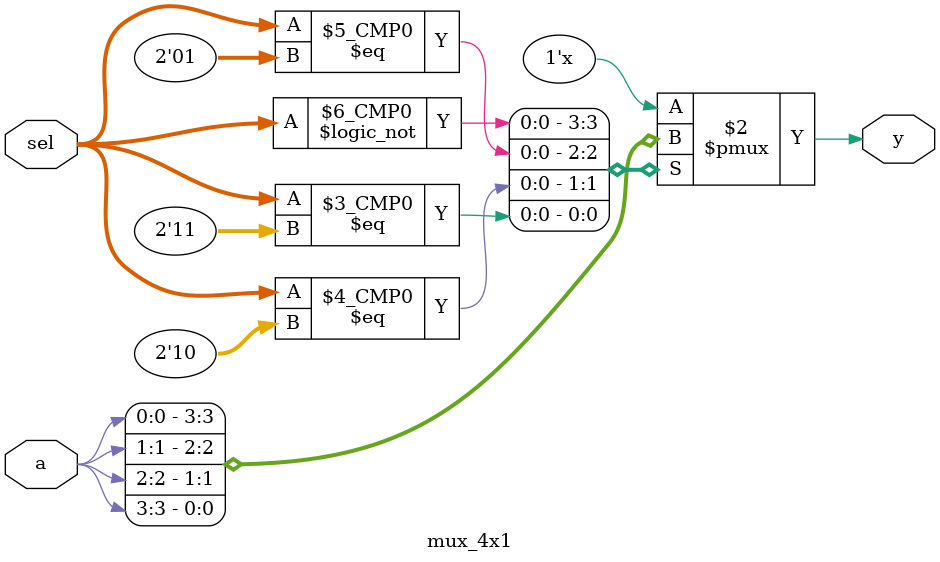
<source format=v>
/*

mux_4x1

Truth Table of the multipler

		Input(A)	sel	output
		
		A3 A2 A1 A0	00	A0
		A3 A2 A1 A0	01	A1
		A3 A2 A1 A0	10	A2
		A3 A2 A1 A0	11	A3

	

		 _________
	A	|	  |
      ------/-->| 4x1 mux |------->y
	4 bit	|	  |
		 ---------	
		     |
		     | 2 bit select


*/

module mux_4x1(a,sel,y);

input [3:0] a;
input [1:0] sel;
output reg y;

parameter A0 = 2'b00, A1 = 2'b01, A2 = 2'b10, A3 = 2'b11;

always@(*)	begin
			case(sel)
				
			A0: y = a[0];
			A1: y = a[1];
			A2: y = a[2];
			A3: y = a[3];
			
			endcase
		end
endmodule







</source>
